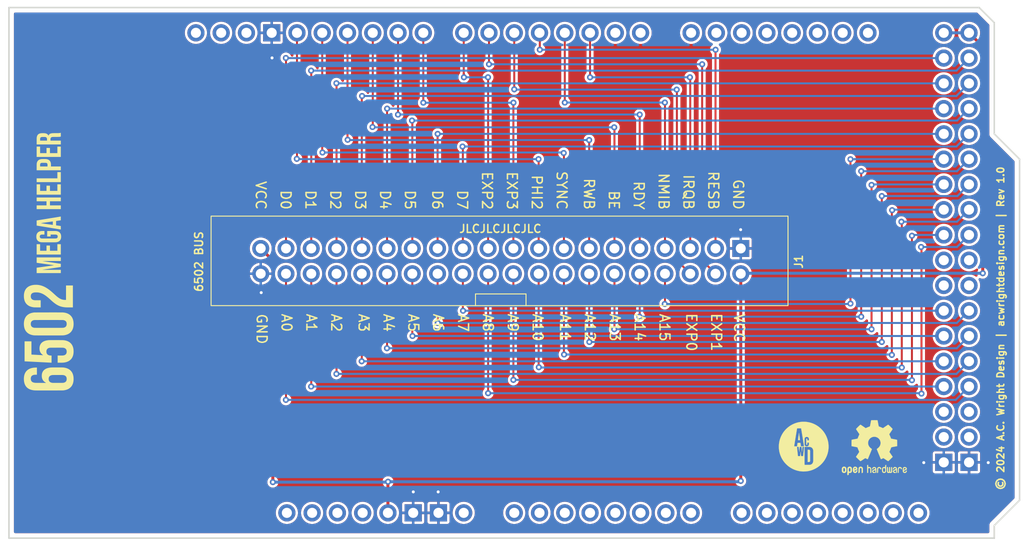
<source format=kicad_pcb>
(kicad_pcb (version 20241229) (generator "pcbnew") (generator_version "9.0")
  (title_block (title "6502 Mega Helper") (date "2026-01-10") (rev "1.0") (company "A.C. Wright Design"))
  (layers (0 "F.Cu" signal) (2 "B.Cu" signal) (13 "F.Paste" user) (15 "B.Paste" user) (5 "F.SilkS" user "F.Silkscreen") (7 "B.SilkS" user "B.Silkscreen") (1 "F.Mask" user) (3 "B.Mask" user) (25 "Edge.Cuts" user))
  (net 0 "")
  (net 5 "GND")
  (net 15 "5V")
  (net 38 "EXP0")
  (net 39 "SYNC")
  (net 40 "D4")
  (net 41 "IRQB")
  (net 42 "A12")
  (net 43 "NMIB")
  (net 44 "A2")
  (net 45 "BE")
  (net 46 "A1")
  (net 47 "D6")
  (net 48 "A6")
  (net 49 "RESB")
  (net 50 "A8")
  (net 51 "D7")
  (net 52 "RDY")
  (net 53 "A0")
  (net 54 "D5")
  (net 55 "RWB")
  (net 56 "A4")
  (net 57 "D0")
  (net 58 "A9")
  (net 59 "D1")
  (net 60 "EXP3")
  (net 61 "D2")
  (net 62 "A3")
  (net 63 "D3")
  (net 64 "PHI2")
  (net 65 "A15")
  (net 66 "A13")
  (net 67 "A14")
  (net 68 "A11")
  (net 69 "EXP1")
  (net 70 "EXP2")
  (net 71 "A10")
  (net 72 "A7")
  (net 73 "A5")
  (footprint "A.C. Wright Logo:A.C. Wright Logo 5mm" (layer "F.Cu") (at 168.9 105.8)
    (property "Reference" "G***" (hide yes))
    (property "Value" "LOGO" (hide yes))
  )
  (footprint "6502 Parts:6502 Bus Connector" (layer "F.Cu") (at 162.5725 85.8775 -90)
    (property "Reference" "J1" (at 1.3225 -5.8275 90) (layer "F.SilkS") (effects (font (size 0.8 0.8))))
    (property "Value" "6502 BUS" (at 1.3225 54.4725 90) (layer "F.SilkS") (effects (font (size 0.8 0.8))))
    (pad "1" thru_hole rect (at 0 0 270) (size 1.7 1.7) (drill 1) (layers "*.Cu" "*.Mask") (net 5 "GND"))
    (pad "2" thru_hole oval (at 2.54 0 270) (size 1.7 1.7) (drill 1) (layers "*.Cu" "*.Mask") (net 15 "5V"))
    (pad "3" thru_hole oval (at 0 2.54 270) (size 1.7 1.7) (drill 1) (layers "*.Cu" "*.Mask") (net 49 "RESB"))
    (pad "4" thru_hole oval (at 2.54 2.54 270) (size 1.7 1.7) (drill 1) (layers "*.Cu" "*.Mask") (net 69 "EXP1"))
    (pad "5" thru_hole oval (at 0 5.08 270) (size 1.7 1.7) (drill 1) (layers "*.Cu" "*.Mask") (net 41 "IRQB"))
    (pad "6" thru_hole oval (at 2.54 5.08 270) (size 1.7 1.7) (drill 1) (layers "*.Cu" "*.Mask") (net 38 "EXP0"))
    (pad "7" thru_hole oval (at 0 7.62 270) (size 1.7 1.7) (drill 1) (layers "*.Cu" "*.Mask") (net 43 "NMIB"))
    (pad "8" thru_hole oval (at 2.54 7.62 270) (size 1.7 1.7) (drill 1) (layers "*.Cu" "*.Mask") (net 65 "A15"))
    (pad "9" thru_hole oval (at 0 10.16 270) (size 1.7 1.7) (drill 1) (layers "*.Cu" "*.Mask") (net 52 "RDY"))
    (pad "10" thru_hole oval (at 2.54 10.16 270) (size 1.7 1.7) (drill 1) (layers "*.Cu" "*.Mask") (net 67 "A14"))
    (pad "11" thru_hole oval (at 0 12.7 270) (size 1.7 1.7) (drill 1) (layers "*.Cu" "*.Mask") (net 45 "BE"))
    (pad "12" thru_hole oval (at 2.54 12.7 270) (size 1.7 1.7) (drill 1) (layers "*.Cu" "*.Mask") (net 66 "A13"))
    (pad "13" thru_hole oval (at 0 15.24 270) (size 1.7 1.7) (drill 1) (layers "*.Cu" "*.Mask") (net 55 "RWB"))
    (pad "14" thru_hole oval (at 2.54 15.24 270) (size 1.7 1.7) (drill 1) (layers "*.Cu" "*.Mask") (net 42 "A12"))
    (pad "15" thru_hole oval (at 0 17.78 270) (size 1.7 1.7) (drill 1) (layers "*.Cu" "*.Mask") (net 39 "SYNC"))
    (pad "16" thru_hole oval (at 2.54 17.78 270) (size 1.7 1.7) (drill 1) (layers "*.Cu" "*.Mask") (net 68 "A11"))
    (pad "17" thru_hole oval (at 0 20.32 270) (size 1.7 1.7) (drill 1) (layers "*.Cu" "*.Mask") (net 64 "PHI2"))
    (pad "18" thru_hole oval (at 2.54 20.32 270) (size 1.7 1.7) (drill 1) (layers "*.Cu" "*.Mask") (net 71 "A10"))
    (pad "19" thru_hole oval (at 0 22.86 270) (size 1.7 1.7) (drill 1) (layers "*.Cu" "*.Mask") (net 60 "EXP3"))
    (pad "20" thru_hole oval (at 2.54 22.86 270) (size 1.7 1.7) (drill 1) (layers "*.Cu" "*.Mask") (net 58 "A9"))
    (pad "21" thru_hole oval (at 0 25.4 270) (size 1.7 1.7) (drill 1) (layers "*.Cu" "*.Mask") (net 70 "EXP2"))
    (pad "22" thru_hole oval (at 2.54 25.4 270) (size 1.7 1.7) (drill 1) (layers "*.Cu" "*.Mask") (net 50 "A8"))
    (pad "23" thru_hole oval (at 0 27.94 270) (size 1.7 1.7) (drill 1) (layers "*.Cu" "*.Mask") (net 51 "D7"))
    (pad "24" thru_hole oval (at 2.54 27.94 270) (size 1.7 1.7) (drill 1) (layers "*.Cu" "*.Mask") (net 72 "A7"))
    (pad "25" thru_hole oval (at 0 30.48 270) (size 1.7 1.7) (drill 1) (layers "*.Cu" "*.Mask") (net 47 "D6"))
    (pad "26" thru_hole oval (at 2.54 30.48 270) (size 1.7 1.7) (drill 1) (layers "*.Cu" "*.Mask") (net 48 "A6"))
    (pad "27" thru_hole oval (at 0 33.02 270) (size 1.7 1.7) (drill 1) (layers "*.Cu" "*.Mask") (net 54 "D5"))
    (pad "28" thru_hole oval (at 2.54 33.02 270) (size 1.7 1.7) (drill 1) (layers "*.Cu" "*.Mask") (net 73 "A5"))
    (pad "29" thru_hole oval (at 0 35.56 270) (size 1.7 1.7) (drill 1) (layers "*.Cu" "*.Mask") (net 40 "D4"))
    (pad "30" thru_hole oval (at 2.54 35.56 270) (size 1.7 1.7) (drill 1) (layers "*.Cu" "*.Mask") (net 56 "A4"))
    (pad "31" thru_hole oval (at 0 38.1 270) (size 1.7 1.7) (drill 1) (layers "*.Cu" "*.Mask") (net 63 "D3"))
    (pad "32" thru_hole oval (at 2.54 38.1 270) (size 1.7 1.7) (drill 1) (layers "*.Cu" "*.Mask") (net 62 "A3"))
    (pad "33" thru_hole oval (at 0 40.64 270) (size 1.7 1.7) (drill 1) (layers "*.Cu" "*.Mask") (net 61 "D2"))
    (pad "34" thru_hole oval (at 2.54 40.64 270) (size 1.7 1.7) (drill 1) (layers "*.Cu" "*.Mask") (net 44 "A2"))
    (pad "35" thru_hole oval (at 0 43.18 270) (size 1.7 1.7) (drill 1) (layers "*.Cu" "*.Mask") (net 59 "D1"))
    (pad "36" thru_hole oval (at 2.54 43.18 270) (size 1.7 1.7) (drill 1) (layers "*.Cu" "*.Mask") (net 46 "A1"))
    (pad "37" thru_hole oval (at 0 45.72 270) (size 1.7 1.7) (drill 1) (layers "*.Cu" "*.Mask") (net 57 "D0"))
    (pad "38" thru_hole oval (at 2.54 45.72 270) (size 1.7 1.7) (drill 1) (layers "*.Cu" "*.Mask") (net 53 "A0"))
    (pad "39" thru_hole oval (at 0 48.26 270) (size 1.7 1.7) (drill 1) (layers "*.Cu" "*.Mask") (net 15 "5V"))
    (pad "40" thru_hole oval (at 2.54 48.26 270) (size 1.7 1.7) (drill 1) (layers "*.Cu" "*.Mask") (net 5 "GND"))
  )
  (footprint "6502 Parts:Arduino Giga R1 WiFi Shield" (layer "F.Cu") (at 89 115)
    (property "Reference" "A1" (hide yes))
    (property "Value" "Arduino Mega2560 R3 Shield" (hide yes))
    (fp_line (start 0 -53.34) (end 0 0) (stroke (width 0.15)) (layer "Edge.Cuts"))
    (fp_line (start 0 -53.34) (end 97.536 -53.34) (stroke (width 0.15)) (layer "Edge.Cuts"))
    (fp_line (start 0 0) (end 99.06 0) (stroke (width 0.15)) (layer "Edge.Cuts"))
    (fp_line (start 97.536 -53.34) (end 99.06 -51.816) (stroke (width 0.15)) (layer "Edge.Cuts"))
    (fp_line (start 99.06 -40.64) (end 99.06 -51.816) (stroke (width 0.15)) (layer "Edge.Cuts"))
    (fp_line (start 99.06 -1.27) (end 101.6 -3.81) (stroke (width 0.15)) (layer "Edge.Cuts"))
    (fp_line (start 99.06 0) (end 99.06 -1.27) (stroke (width 0.15)) (layer "Edge.Cuts"))
    (fp_line (start 101.6 -38.1) (end 99.06 -40.64) (stroke (width 0.15)) (layer "Edge.Cuts"))
    (fp_line (start 101.6 -3.81) (end 101.6 -38.1) (stroke (width 0.15)) (layer "Edge.Cuts"))
    (pad "" thru_hole oval (at 27.94 -2.54) (size 1.7272 1.7272) (drill 1.016) (layers "*.Cu" "*.Mask"))
    (pad "3V3" thru_hole oval (at 35.56 -2.54) (size 1.7272 1.7272) (drill 1.016) (layers "*.Cu" "*.Mask"))
    (pad "5V1" thru_hole oval (at 38.1 -2.54) (size 1.7272 1.7272) (drill 1.016) (layers "*.Cu" "*.Mask") (net 15 "5V"))
    (pad "5V3" thru_hole oval (at 93.98 -50.8) (size 1.7272 1.7272) (drill 1.016) (layers "*.Cu" "*.Mask") (net 15 "5V"))
    (pad "5V4" thru_hole oval (at 96.52 -50.8) (size 1.7272 1.7272) (drill 1.016) (layers "*.Cu" "*.Mask") (net 15 "5V"))
    (pad "A0" thru_hole oval (at 50.8 -2.54) (size 1.7272 1.7272) (drill 1.016) (layers "*.Cu" "*.Mask"))
    (pad "A1" thru_hole oval (at 53.34 -2.54) (size 1.7272 1.7272) (drill 1.016) (layers "*.Cu" "*.Mask"))
    (pad "A2" thru_hole oval (at 55.88 -2.54) (size 1.7272 1.7272) (drill 1.016) (layers "*.Cu" "*.Mask"))
    (pad "A3" thru_hole oval (at 58.42 -2.54) (size 1.7272 1.7272) (drill 1.016) (layers "*.Cu" "*.Mask"))
    (pad "A4" thru_hole oval (at 60.96 -2.54) (size 1.7272 1.7272) (drill 1.016) (layers "*.Cu" "*.Mask"))
    (pad "A5" thru_hole oval (at 63.5 -2.54) (size 1.7272 1.7272) (drill 1.016) (layers "*.Cu" "*.Mask"))
    (pad "A6" thru_hole oval (at 66.04 -2.54) (size 1.7272 1.7272) (drill 1.016) (layers "*.Cu" "*.Mask"))
    (pad "A7" thru_hole oval (at 68.58 -2.54) (size 1.7272 1.7272) (drill 1.016) (layers "*.Cu" "*.Mask"))
    (pad "A8" thru_hole oval (at 73.66 -2.54) (size 1.7272 1.7272) (drill 1.016) (layers "*.Cu" "*.Mask"))
    (pad "A9" thru_hole oval (at 76.2 -2.54) (size 1.7272 1.7272) (drill 1.016) (layers "*.Cu" "*.Mask"))
    (pad "A10" thru_hole oval (at 78.74 -2.54) (size 1.7272 1.7272) (drill 1.016) (layers "*.Cu" "*.Mask"))
    (pad "A11" thru_hole oval (at 81.28 -2.54) (size 1.7272 1.7272) (drill 1.016) (layers "*.Cu" "*.Mask"))
    (pad "AREF" thru_hole oval (at 23.876 -50.8) (size 1.7272 1.7272) (drill 1.016) (layers "*.Cu" "*.Mask"))
    (pad "CANR" thru_hole oval (at 88.9 -2.54) (size 1.7272 1.7272) (drill 1.016) (layers "*.Cu" "*.Mask"))
    (pad "CANT" thru_hole oval (at 91.44 -2.54) (size 1.7272 1.7272) (drill 1.016) (layers "*.Cu" "*.Mask"))
    (pad "D0" thru_hole oval (at 63.5 -50.8) (size 1.7272 1.7272) (drill 1.016) (layers "*.Cu" "*.Mask"))
    (pad "D1" thru_hole oval (at 60.96 -50.8) (size 1.7272 1.7272) (drill 1.016) (layers "*.Cu" "*.Mask"))
    (pad "D2" thru_hole oval (at 58.42 -50.8) (size 1.7272 1.7272) (drill 1.016) (layers "*.Cu" "*.Mask") (net 41 "IRQB"))
    (pad "D3" thru_hole oval (at 55.88 -50.8) (size 1.7272 1.7272) (drill 1.016) (layers "*.Cu" "*.Mask") (net 43 "NMIB"))
    (pad "D4" thru_hole oval (at 53.34 -50.8) (size 1.7272 1.7272) (drill 1.016) (layers "*.Cu" "*.Mask") (net 49 "RESB"))
    (pad "D5" thru_hole oval (at 50.8 -50.8) (size 1.7272 1.7272) (drill 1.016) (layers "*.Cu" "*.Mask") (net 38 "EXP0"))
    (pad "D6" thru_hole oval (at 48.26 -50.8) (size 1.7272 1.7272) (drill 1.016) (layers "*.Cu" "*.Mask") (net 69 "EXP1"))
    (pad "D7" thru_hole oval (at 45.72 -50.8) (size 1.7272 1.7272) (drill 1.016) (layers "*.Cu" "*.Mask") (net 70 "EXP2"))
    (pad "D8" thru_hole oval (at 41.656 -50.8) (size 1.7272 1.7272) (drill 1.016) (layers "*.Cu" "*.Mask") (net 60 "EXP3"))
    (pad "D9" thru_hole oval (at 39.116 -50.8) (size 1.7272 1.7272) (drill 1.016) (layers "*.Cu" "*.Mask") (net 52 "RDY"))
    (pad "D10" thru_hole oval (at 36.576 -50.8) (size 1.7272 1.7272) (drill 1.016) (layers "*.Cu" "*.Mask") (net 45 "BE"))
    (pad "D11" thru_hole oval (at 34.036 -50.8) (size 1.7272 1.7272) (drill 1.016) (layers "*.Cu" "*.Mask") (net 55 "RWB"))
    (pad "D12" thru_hole oval (at 31.496 -50.8) (size 1.7272 1.7272) (drill 1.016) (layers "*.Cu" "*.Mask") (net 39 "SYNC"))
    (pad "D13" thru_hole oval (at 28.956 -50.8) (size 1.7272 1.7272) (drill 1.016) (layers "*.Cu" "*.Mask") (net 64 "PHI2"))
    (pad "D14" thru_hole oval (at 68.58 -50.8) (size 1.7272 1.7272) (drill 1.016) (layers "*.Cu" "*.Mask"))
    (pad "D15" thru_hole oval (at 71.12 -50.8) (size 1.7272 1.7272) (drill 1.016) (layers "*.Cu" "*.Mask"))
    (pad "D16" thru_hole oval (at 73.66 -50.8) (size 1.7272 1.7272) (drill 1.016) (layers "*.Cu" "*.Mask"))
    (pad "D17" thru_hole oval (at 76.2 -50.8) (size 1.7272 1.7272) (drill 1.016) (layers "*.Cu" "*.Mask"))
    (pad "D18" thru_hole oval (at 78.74 -50.8) (size 1.7272 1.7272) (drill 1.016) (layers "*.Cu" "*.Mask"))
    (pad "D19" thru_hole oval (at 81.28 -50.8) (size 1.7272 1.7272) (drill 1.016) (layers "*.Cu" "*.Mask"))
    (pad "D20" thru_hole oval (at 83.82 -50.8) (size 1.7272 1.7272) (drill 1.016) (layers "*.Cu" "*.Mask"))
    (pad "D21" thru_hole oval (at 86.36 -50.8) (size 1.7272 1.7272) (drill 1.016) (layers "*.Cu" "*.Mask"))
    (pad "D22" thru_hole oval (at 93.98 -48.26) (size 1.7272 1.7272) (drill 1.016) (layers "*.Cu" "*.Mask") (net 57 "D0"))
    (pad "D23" thru_hole oval (at 96.52 -48.26) (size 1.7272 1.7272) (drill 1.016) (layers "*.Cu" "*.Mask") (net 59 "D1"))
    (pad "D24" thru_hole oval (at 93.98 -45.72) (size 1.7272 1.7272) (drill 1.016) (layers "*.Cu" "*.Mask") (net 61 "D2"))
    (pad "D25" thru_hole oval (at 96.52 -45.72) (size 1.7272 1.7272) (drill 1.016) (layers "*.Cu" "*.Mask") (net 63 "D3"))
    (pad "D26" thru_hole oval (at 93.98 -43.18) (size 1.7272 1.7272) (drill 1.016) (layers "*.Cu" "*.Mask") (net 40 "D4"))
    (pad "D27" thru_hole oval (at 96.52 -43.18) (size 1.7272 1.7272) (drill 1.016) (layers "*.Cu" "*.Mask") (net 54 "D5"))
    (pad "D28" thru_hole oval (at 93.98 -40.64) (size 1.7272 1.7272) (drill 1.016) (layers "*.Cu" "*.Mask") (net 47 "D6"))
    (pad "D29" thru_hole oval (at 96.52 -40.64) (size 1.7272 1.7272) (drill 1.016) (layers "*.Cu" "*.Mask") (net 51 "D7"))
    (pad "D30" thru_hole oval (at 93.98 -38.1) (size 1.7272 1.7272) (drill 1.016) (layers "*.Cu" "*.Mask") (net 65 "A15"))
    (pad "D31" thru_hole oval (at 96.52 -38.1) (size 1.7272 1.7272) (drill 1.016) (layers "*.Cu" "*.Mask") (net 67 "A14"))
    (pad "D32" thru_hole oval (at 93.98 -35.56) (size 1.7272 1.7272) (drill 1.016) (layers "*.Cu" "*.Mask") (net 66 "A13"))
    (pad "D33" thru_hole oval (at 96.52 -35.56) (size 1.7272 1.7272) (drill 1.016) (layers "*.Cu" "*.Mask") (net 42 "A12"))
    (pad "D34" thru_hole oval (at 93.98 -33.02) (size 1.7272 1.7272) (drill 1.016) (layers "*.Cu" "*.Mask") (net 68 "A11"))
    (pad "D35" thru_hole oval (at 96.52 -33.02) (size 1.7272 1.7272) (drill 1.016) (layers "*.Cu" "*.Mask") (net 71 "A10"))
    (pad "D36" thru_hole oval (at 93.98 -30.48) (size 1.7272 1.7272) (drill 1.016) (layers "*.Cu" "*.Mask") (net 58 "A9"))
    (pad "D37" thru_hole oval (at 96.52 -30.48) (size 1.7272 1.7272) (drill 1.016) (layers "*.Cu" "*.Mask") (net 50 "A8"))
    (pad "D38" thru_hole oval (at 93.98 -27.94) (size 1.7272 1.7272) (drill 1.016) (layers "*.Cu" "*.Mask"))
    (pad "D39" thru_hole oval (at 96.52 -27.94) (size 1.7272 1.7272) (drill 1.016) (layers "*.Cu" "*.Mask"))
    (pad "D40" thru_hole oval (at 93.98 -25.4) (size 1.7272 1.7272) (drill 1.016) (layers "*.Cu" "*.Mask"))
    (pad "D41" thru_hole oval (at 96.52 -25.4) (size 1.7272 1.7272) (drill 1.016) (layers "*.Cu" "*.Mask"))
    (pad "D42" thru_hole oval (at 93.98 -22.86) (size 1.7272 1.7272) (drill 1.016) (layers "*.Cu" "*.Mask") (net 72 "A7"))
    (pad "D43" thru_hole oval (at 96.52 -22.86) (size 1.7272 1.7272) (drill 1.016) (layers "*.Cu" "*.Mask") (net 48 "A6"))
    (pad "D44" thru_hole oval (at 93.98 -20.32) (size 1.7272 1.7272) (drill 1.016) (layers "*.Cu" "*.Mask") (net 73 "A5"))
    (pad "D45" thru_hole oval (at 96.52 -20.32) (size 1.7272 1.7272) (drill 1.016) (layers "*.Cu" "*.Mask") (net 56 "A4"))
    (pad "D46" thru_hole oval (at 93.98 -17.78) (size 1.7272 1.7272) (drill 1.016) (layers "*.Cu" "*.Mask") (net 62 "A3"))
    (pad "D47" thru_hole oval (at 96.52 -17.78) (size 1.7272 1.7272) (drill 1.016) (layers "*.Cu" "*.Mask") (net 44 "A2"))
    (pad "D48" thru_hole oval (at 93.98 -15.24) (size 1.7272 1.7272) (drill 1.016) (layers "*.Cu" "*.Mask") (net 46 "A1"))
    (pad "D49" thru_hole oval (at 96.52 -15.24) (size 1.7272 1.7272) (drill 1.016) (layers "*.Cu" "*.Mask") (net 53 "A0"))
    (pad "D50" thru_hole oval (at 93.98 -12.7) (size 1.7272 1.7272) (drill 1.016) (layers "*.Cu" "*.Mask"))
    (pad "D51" thru_hole oval (at 96.52 -12.7) (size 1.7272 1.7272) (drill 1.016) (layers "*.Cu" "*.Mask"))
    (pad "D52" thru_hole oval (at 93.98 -10.16) (size 1.7272 1.7272) (drill 1.016) (layers "*.Cu" "*.Mask"))
    (pad "D53" thru_hole oval (at 96.52 -10.16) (size 1.7272 1.7272) (drill 1.016) (layers "*.Cu" "*.Mask"))
    (pad "DAC0" thru_hole oval (at 83.82 -2.54) (size 1.7272 1.7272) (drill 1.016) (layers "*.Cu" "*.Mask"))
    (pad "DAC1" thru_hole oval (at 86.36 -2.54) (size 1.7272 1.7272) (drill 1.016) (layers "*.Cu" "*.Mask"))
    (pad "GND1" thru_hole rect (at 26.416 -50.8) (size 1.7272 1.7272) (drill 1.016) (layers "*.Cu" "*.Mask") (net 5 "GND"))
    (pad "GND2" thru_hole rect (at 40.64 -2.54) (size 1.7272 1.7272) (drill 1.016) (layers "*.Cu" "*.Mask") (net 5 "GND"))
    (pad "GND3" thru_hole rect (at 43.18 -2.54) (size 1.7272 1.7272) (drill 1.016) (layers "*.Cu" "*.Mask") (net 5 "GND"))
    (pad "GND5" thru_hole rect (at 93.98 -7.62) (size 1.7272 1.7272) (drill 1.016) (layers "*.Cu" "*.Mask") (net 5 "GND"))
    (pad "GND6" thru_hole rect (at 96.52 -7.62) (size 1.7272 1.7272) (drill 1.016) (layers "*.Cu" "*.Mask") (net 5 "GND"))
    (pad "IORF" thru_hole oval (at 30.48 -2.54) (size 1.7272 1.7272) (drill 1.016) (layers "*.Cu" "*.Mask"))
    (pad "RST1" thru_hole oval (at 33.02 -2.54) (size 1.7272 1.7272) (drill 1.016) (layers "*.Cu" "*.Mask"))
    (pad "SCL1" thru_hole oval (at 18.796 -50.8) (size 1.7272 1.7272) (drill 1.016) (layers "*.Cu" "*.Mask"))
    (pad "SDA1" thru_hole oval (at 21.336 -50.8) (size 1.7272 1.7272) (drill 1.016) (layers "*.Cu" "*.Mask"))
    (pad "VIN" thru_hole oval (at 45.72 -2.54) (size 1.7272 1.7272) (drill 1.016) (layers "*.Cu" "*.Mask"))
  )
  (footprint "6502 Logos:6502 Mega Helper 5mm" (layer "F.Cu") (at 92.999707 78.918088 90)
    (property "Reference" "G***" (hide yes))
    (property "Value" "LOGO" (hide yes))
  )
  (footprint "Symbol:OSHW-Logo2_7.3x6mm_SilkScreen" (layer "F.Cu") (at 176 105.9)
    (property "Reference" "REF**" (hide yes))
    (property "Value" "OSHW-Logo2_7.3x6mm_SilkScreen" (hide yes))
  )
  (gr_text "RWB" (at 147.32 82.07 270) (layer "F.SilkS") (effects (font (size 1 1)) (justify right)))
  (gr_text "RESB" (at 159.82 82.07 270) (layer "F.SilkS") (effects (font (size 1 1)) (justify right)))
  (gr_text "JLCJLCJLCJLC" (at 138.4 83.9 0) (layer "F.SilkS") (effects (font (size 0.8 0.8))))
  (gr_text "A1" (at 119.41 92.35 270) (layer "F.SilkS") (effects (font (size 1 1)) (justify left)))
  (gr_text "SYNC" (at 144.57 82.07 270) (layer "F.SilkS") (effects (font (size 1 1)) (justify right)))
  (gr_text "GND\n" (at 114.41 92.35 270) (layer "F.SilkS") (effects (font (size 1 1)) (justify left)))
  (gr_text "A9" (at 139.66 92.35 270) (layer "F.SilkS") (effects (font (size 1 1)) (justify left)))
  (gr_text "BE" (at 149.82 82.07 270) (layer "F.SilkS") (effects (font (size 1 1)) (justify right)))
  (gr_text "© 2024 A.C. Wright Design | acwrightdesign.com | Rev 1.0" (at 188.7 93.9 90) (layer "F.SilkS") (effects (font (size 0.7 0.7))))
  (gr_text "A11" (at 144.91 92.35 270) (layer "F.SilkS") (effects (font (size 1 1)) (justify left)))
  (gr_text "A5" (at 129.66 92.35 270) (layer "F.SilkS") (effects (font (size 1 1)) (justify left)))
  (gr_text "A10" (at 142.16 92.35 270) (layer "F.SilkS") (effects (font (size 1 1)) (justify left)))
  (gr_text "D4" (at 126.82 82.07 270) (layer "F.SilkS") (effects (font (size 1 1)) (justify right)))
  (gr_text "EXP1" (at 160.11 92.3 270) (layer "F.SilkS") (effects (font (size 1 1)) (justify left)))
  (gr_text "A8" (at 137.16 92.35 270) (layer "F.SilkS") (effects (font (size 1 1)) (justify left)))
  (gr_text "RDY" (at 152.32 82.07 270) (layer "F.SilkS") (effects (font (size 1 1)) (justify right)))
  (gr_text "D3" (at 124.32 82.07 270) (layer "F.SilkS") (effects (font (size 1 1)) (justify right)))
  (gr_text "EXP0" (at 157.61 92.3 270) (layer "F.SilkS") (effects (font (size 1 1)) (justify left)))
  (gr_text "D5" (at 129.32 82.07 270) (layer "F.SilkS") (effects (font (size 1 1)) (justify right)))
  (gr_text "A12" (at 147.41 92.35 270) (layer "F.SilkS") (effects (font (size 1 1)) (justify left)))
  (gr_text "A14" (at 152.41 92.35 270) (layer "F.SilkS") (effects (font (size 1 1)) (justify left)))
  (gr_text "A0" (at 116.91 92.35 270) (layer "F.SilkS") (effects (font (size 1 1)) (justify left)))
  (gr_text "IRQB" (at 157.32 82.07 270) (layer "F.SilkS") (effects (font (size 1 1)) (justify right)))
  (gr_text "D7" (at 134.57 82.07 270) (layer "F.SilkS") (effects (font (size 1 1)) (justify right)))
  (gr_text "EXP2" (at 137.07 82.07 270) (layer "F.SilkS") (effects (font (size 1 1)) (justify right)))
  (gr_text "D6" (at 132.07 82.07 270) (layer "F.SilkS") (effects (font (size 1 1)) (justify right)))
  (gr_text "D1" (at 119.32 82.07 270) (layer "F.SilkS") (effects (font (size 1 1)) (justify right)))
  (gr_text "VCC" (at 162.41 92.35 270) (layer "F.SilkS") (effects (font (size 1 1)) (justify left)))
  (gr_text "A13" (at 149.91 92.35 270) (layer "F.SilkS") (effects (font (size 1 1)) (justify left)))
  (gr_text "D0" (at 116.82 82.07 270) (layer "F.SilkS") (effects (font (size 1 1)) (justify right)))
  (gr_text "A15" (at 154.91 92.35 270) (layer "F.SilkS") (effects (font (size 1 1)) (justify left)))
  (gr_text "D2" (at 121.82 82.07 270) (layer "F.SilkS") (effects (font (size 1 1)) (justify right)))
  (gr_text "A6" (at 132.16 92.35 270) (layer "F.SilkS") (effects (font (size 1 1)) (justify left)))
  (gr_text "A3" (at 124.66 92.35 270) (layer "F.SilkS") (effects (font (size 1 1)) (justify left)))
  (gr_text "NMIB" (at 154.82 82.07 270) (layer "F.SilkS") (effects (font (size 1 1)) (justify right)))
  (gr_text "VCC" (at 114.32 82.07 270) (layer "F.SilkS") (effects (font (size 1 1)) (justify right)))
  (gr_text "A2" (at 121.91 92.35 270) (layer "F.SilkS") (effects (font (size 1 1)) (justify left)))
  (gr_text "A7" (at 134.66 92.35 270) (layer "F.SilkS") (effects (font (size 1 1)) (justify left)))
  (gr_text "EXP3" (at 139.57 82.07 270) (layer "F.SilkS") (effects (font (size 1 1)) (justify right)))
  (gr_text "GND\n" (at 162.32 82.07 270) (layer "F.SilkS") (effects (font (size 1 1)) (justify right)))
  (gr_text "PHI2" (at 142.07 82.07 270) (layer "F.SilkS") (effects (font (size 1 1)) (justify right)))
  (gr_text "A4" (at 127.16 92.35 270) (layer "F.SilkS") (effects (font (size 1 1)) (justify left)))
  (via (at 114.36 90.32) (size 0.6) (drill 0.3) (layers "F.Cu" "B.Cu") (net 5))
  (via (at 162.56 83.99) (size 0.6) (drill 0.3) (layers "F.Cu" "B.Cu") (net 5))
  (via (at 180.97 107.41) (size 0.6) (drill 0.3) (layers "F.Cu" "B.Cu") (net 5))
  (via (at 115.45 66.72) (size 0.6) (drill 0.3) (layers "F.Cu" "B.Cu") (net 5))
  (via (at 129.65 110.35) (size 0.6) (drill 0.3) (layers "F.Cu" "B.Cu") (net 5))
  (via (at 132.15 110.35) (size 0.6) (drill 0.3) (layers "F.Cu" "B.Cu") (net 5))
  (via (at 187.45 107.41) (size 0.6) (drill 0.3) (layers "F.Cu" "B.Cu") (net 5))
  (segment (start 186.9 65.58) (end 185.52 64.2) (width 0.3) (layer "F.Cu") (net 15))
  (segment (start 115.53 87.97) (end 115.53 109.37) (width 0.3) (layer "F.Cu") (net 15))
  (segment (start 127.1 109.34) (end 127.1 112.46) (width 0.3) (layer "F.Cu") (net 15))
  (segment (start 127.11 109.33) (end 127.1 109.34) (width 0.3) (layer "F.Cu") (net 15))
  (segment (start 162.57 109.25) (end 162.5725 109.2475) (width 0.3) (layer "F.Cu") (net 15))
  (segment (start 186.9 88.37) (end 186.9 65.58) (width 0.3) (layer "F.Cu") (net 15))
  (segment (start 162.5725 109.2475) (end 162.5725 88.4175) (width 0.3) (layer "F.Cu") (net 15))
  (segment (start 114.3125 85.8775) (end 115.53 87.095) (width 0.3) (layer "F.Cu") (net 15))
  (segment (start 115.53 87.095) (end 115.53 87.97) (width 0.3) (layer "F.Cu") (net 15))
  (via (at 186.9 88.37) (size 0.6) (drill 0.3) (layers "F.Cu" "B.Cu") (net 15))
  (via (at 127.11 109.33) (size 0.6) (drill 0.3) (layers "F.Cu" "B.Cu") (net 15))
  (via (at 115.53 109.37) (size 0.6) (drill 0.3) (layers "F.Cu" "B.Cu") (net 15))
  (via (at 162.57 109.25) (size 0.6) (drill 0.3) (layers "F.Cu" "B.Cu") (net 15))
  (segment (start 127.07 109.37) (end 127.11 109.33) (width 0.3) (layer "B.Cu") (net 15))
  (segment (start 162.49 109.33) (end 162.57 109.25) (width 0.3) (layer "B.Cu") (net 15))
  (segment (start 115.53 109.37) (end 127.07 109.37) (width 0.3) (layer "B.Cu") (net 15))
  (segment (start 162.62 88.37) (end 186.9 88.37) (width 0.3) (layer "B.Cu") (net 15))
  (segment (start 127.11 109.33) (end 162.49 109.33) (width 0.3) (layer "B.Cu") (net 15))
  (segment (start 185.52 64.2) (end 182.98 64.2) (width 0.3) (layer "B.Cu") (net 15))
  (segment (start 162.5725 88.4175) (end 162.62 88.37) (width 0.3) (layer "B.Cu") (net 15))
  (segment (start 156.15 87.075) (end 156.15 85.91) (width 0.2) (layer "F.Cu") (net 38))
  (segment (start 139.8 69.88) (end 139.8 64.2) (width 0.2) (layer "F.Cu") (net 38))
  (segment (start 156.15 85.91) (end 156.15 69.93) (width 0.2) (layer "F.Cu") (net 38))
  (segment (start 156.15 69.93) (end 156.13 69.91) (width 0.2) (layer "F.Cu") (net 38))
  (segment (start 157.4925 88.4175) (end 156.15 87.075) (width 0.2) (layer "F.Cu") (net 38))
  (via (at 139.8 69.88) (size 0.6) (drill 0.3) (layers "F.Cu" "B.Cu") (net 38))
  (via (at 156.13 69.91) (size 0.6) (drill 0.3) (layers "F.Cu" "B.Cu") (net 38))
  (segment (start 156.13 69.91) (end 139.83 69.91) (width 0.2) (layer "B.Cu") (net 38))
  (segment (start 139.83 69.91) (end 139.8 69.88) (width 0.2) (layer "B.Cu") (net 38))
  (segment (start 120.52 76.23) (end 120.496 76.206) (width 0.2) (layer "F.Cu") (net 39))
  (segment (start 120.496 76.206) (end 120.496 64.2) (width 0.2) (layer "F.Cu") (net 39))
  (segment (start 144.7925 76.3025) (end 144.77 76.28) (width 0.2) (layer "F.Cu") (net 39))
  (segment (start 144.7925 85.8775) (end 144.7925 76.3025) (width 0.2) (layer "F.Cu") (net 39))
  (via (at 144.77 76.28) (size 0.6) (drill 0.3) (layers "F.Cu" "B.Cu") (net 39))
  (via (at 120.52 76.23) (size 0.6) (drill 0.3) (layers "F.Cu" "B.Cu") (net 39))
  (segment (start 144.72 76.23) (end 120.52 76.23) (width 0.2) (layer "B.Cu") (net 39))
  (segment (start 144.77 76.28) (end 144.72 76.23) (width 0.2) (layer "B.Cu") (net 39))
  (segment (start 127.0125 85.8775) (end 127.0125 71.8275) (width 0.2) (layer "F.Cu") (net 40))
  (segment (start 127.0125 71.8275) (end 127.02 71.82) (width 0.2) (layer "F.Cu") (net 40))
  (via (at 127.02 71.82) (size 0.6) (drill 0.3) (layers "F.Cu" "B.Cu") (net 40))
  (segment (start 127.02 71.82) (end 182.98 71.82) (width 0.2) (layer "B.Cu") (net 40))
  (segment (start 147.42 68.67) (end 147.42 64.2) (width 0.2) (layer "F.Cu") (net 41))
  (segment (start 157.4925 85.8775) (end 157.4925 68.7025) (width 0.2) (layer "F.Cu") (net 41))
  (segment (start 157.4925 68.7025) (end 157.46 68.67) (width 0.2) (layer "F.Cu") (net 41))
  (via (at 157.46 68.67) (size 0.6) (drill 0.3) (layers "F.Cu" "B.Cu") (net 41))
  (via (at 147.42 68.67) (size 0.6) (drill 0.3) (layers "F.Cu" "B.Cu") (net 41))
  (segment (start 157.46 68.67) (end 147.42 68.67) (width 0.2) (layer "B.Cu") (net 41))
  (segment (start 176.75 95.28) (end 176.75 80.61) (width 0.2) (layer "F.Cu") (net 42))
  (segment (start 147.3325 95.2625) (end 147.35 95.28) (width 0.2) (layer "F.Cu") (net 42))
  (segment (start 147.3325 88.4175) (end 147.3325 95.2625) (width 0.2) (layer "F.Cu") (net 42))
  (via (at 176.75 95.28) (size 0.6) (drill 0.3) (layers "F.Cu" "B.Cu") (net 42))
  (via (at 176.75 80.61) (size 0.6) (drill 0.3) (layers "F.Cu" "B.Cu") (net 42))
  (via (at 147.35 95.28) (size 0.6) (drill 0.3) (layers "F.Cu" "B.Cu") (net 42))
  (segment (start 176.75 80.61) (end 184.35 80.61) (width 0.2) (layer "B.Cu") (net 42))
  (segment (start 184.35 80.61) (end 185.52 79.44) (width 0.2) (layer "B.Cu") (net 42))
  (segment (start 147.35 95.28) (end 176.75 95.28) (width 0.2) (layer "B.Cu") (net 42))
  (segment (start 144.88 71.21) (end 144.88 64.2) (width 0.2) (layer "F.Cu") (net 43))
  (segment (start 154.9525 85.8775) (end 154.9525 71.2225) (width 0.2) (layer "F.Cu") (net 43))
  (segment (start 154.9525 71.2225) (end 154.94 71.21) (width 0.2) (layer "F.Cu") (net 43))
  (via (at 154.94 71.21) (size 0.6) (drill 0.3) (layers "F.Cu" "B.Cu") (net 43))
  (via (at 144.88 71.21) (size 0.6) (drill 0.3) (layers "F.Cu" "B.Cu") (net 43))
  (segment (start 154.94 71.21) (end 144.88 71.21) (width 0.2) (layer "B.Cu") (net 43))
  (segment (start 121.9325 98.4775) (end 121.92 98.49) (width 0.2) (layer "F.Cu") (net 44))
  (segment (start 121.9325 88.4175) (end 121.9325 98.4775) (width 0.2) (layer "F.Cu") (net 44))
  (via (at 121.92 98.49) (size 0.6) (drill 0.3) (layers "F.Cu" "B.Cu") (net 44))
  (segment (start 184.25 98.49) (end 185.52 97.22) (width 0.2) (layer "B.Cu") (net 44))
  (segment (start 121.92 98.49) (end 184.25 98.49) (width 0.2) (layer "B.Cu") (net 44))
  (segment (start 149.8725 73.7225) (end 149.85 73.7) (width 0.2) (layer "F.Cu") (net 45))
  (segment (start 125.576 73.644) (end 125.576 64.2) (width 0.2) (layer "F.Cu") (net 45))
  (segment (start 125.55 73.67) (end 125.576 73.644) (width 0.2) (layer "F.Cu") (net 45))
  (segment (start 149.8725 85.8775) (end 149.8725 73.7225) (width 0.2) (layer "F.Cu") (net 45))
  (via (at 125.55 73.67) (size 0.6) (drill 0.3) (layers "F.Cu" "B.Cu") (net 45))
  (via (at 149.85 73.7) (size 0.6) (drill 0.3) (layers "F.Cu" "B.Cu") (net 45))
  (segment (start 125.58 73.7) (end 125.55 73.67) (width 0.2) (layer "B.Cu") (net 45))
  (segment (start 149.85 73.7) (end 125.58 73.7) (width 0.2) (layer "B.Cu") (net 45))
  (segment (start 119.3925 99.7475) (end 119.38 99.76) (width 0.2) (layer "F.Cu") (net 46))
  (segment (start 119.3925 88.4175) (end 119.3925 99.7475) (width 0.2) (layer "F.Cu") (net 46))
  (via (at 119.38 99.76) (size 0.6) (drill 0.3) (layers "F.Cu" "B.Cu") (net 46))
  (segment (start 119.38 99.76) (end 182.98 99.76) (width 0.2) (layer "B.Cu") (net 46))
  (segment (start 132.0925 74.3675) (end 132.1 74.36) (width 0.2) (layer "F.Cu") (net 47))
  (segment (start 132.0925 85.8775) (end 132.0925 74.3675) (width 0.2) (layer "F.Cu") (net 47))
  (via (at 132.1 74.36) (size 0.6) (drill 0.3) (layers "F.Cu" "B.Cu") (net 47))
  (segment (start 132.1 74.36) (end 182.98 74.36) (width 0.2) (layer "B.Cu") (net 47))
  (segment (start 132.0925 93.3525) (end 132.11 93.37) (width 0.2) (layer "F.Cu") (net 48))
  (segment (start 132.0925 88.4175) (end 132.0925 93.3525) (width 0.2) (layer "F.Cu") (net 48))
  (via (at 132.11 93.37) (size 0.6) (drill 0.3) (layers "F.Cu" "B.Cu") (net 48))
  (segment (start 184.29 93.37) (end 185.52 92.14) (width 0.2) (layer "B.Cu") (net 48))
  (segment (start 132.11 93.37) (end 184.29 93.37) (width 0.2) (layer "B.Cu") (net 48))
  (segment (start 142.37 64.23) (end 142.34 64.2) (width 0.2) (layer "F.Cu") (net 49))
  (segment (start 160.0325 85.8775) (end 160.0325 65.9075) (width 0.2) (layer "F.Cu") (net 49))
  (segment (start 142.37 65.9) (end 142.37 64.23) (width 0.2) (layer "F.Cu") (net 49))
  (segment (start 160.0325 65.9075) (end 160.04 65.9) (width 0.2) (layer "F.Cu") (net 49))
  (via (at 160.04 65.9) (size 0.6) (drill 0.3) (layers "F.Cu" "B.Cu") (net 49))
  (via (at 142.37 65.9) (size 0.6) (drill 0.3) (layers "F.Cu" "B.Cu") (net 49))
  (segment (start 160.04 65.9) (end 142.37 65.9) (width 0.2) (layer "B.Cu") (net 49))
  (segment (start 137.1725 100.4275) (end 137.17 100.43) (width 0.2) (layer "F.Cu") (net 50))
  (segment (start 180.74 85.77) (end 180.7 85.73) (width 0.2) (layer "F.Cu") (net 50))
  (segment (start 137.1725 88.4175) (end 137.1725 100.4275) (width 0.2) (layer "F.Cu") (net 50))
  (segment (start 180.74 100.47) (end 180.74 85.77) (width 0.2) (layer "F.Cu") (net 50))
  (via (at 180.74 100.47) (size 0.6) (drill 0.3) (layers "F.Cu" "B.Cu") (net 50))
  (via (at 180.7 85.73) (size 0.6) (drill 0.3) (layers "F.Cu" "B.Cu") (net 50))
  (via (at 137.17 100.43) (size 0.6) (drill 0.3) (layers "F.Cu" "B.Cu") (net 50))
  (segment (start 180.7 85.73) (end 184.31 85.73) (width 0.2) (layer "B.Cu") (net 50))
  (segment (start 184.31 85.73) (end 185.52 84.52) (width 0.2) (layer "B.Cu") (net 50))
  (segment (start 180.7 100.43) (end 180.74 100.47) (width 0.2) (layer "B.Cu") (net 50))
  (segment (start 137.17 100.43) (end 180.7 100.43) (width 0.2) (layer "B.Cu") (net 50))
  (segment (start 134.6325 85.8775) (end 134.6325 75.6625) (width 0.2) (layer "F.Cu") (net 51))
  (segment (start 134.6325 75.6625) (end 134.6 75.63) (width 0.2) (layer "F.Cu") (net 51))
  (via (at 134.6 75.63) (size 0.6) (drill 0.3) (layers "F.Cu" "B.Cu") (net 51))
  (segment (start 134.6 75.63) (end 184.25 75.63) (width 0.2) (layer "B.Cu") (net 51))
  (segment (start 184.25 75.63) (end 185.52 74.36) (width 0.2) (layer "B.Cu") (net 51))
  (segment (start 152.4125 85.8775) (end 152.4125 72.4225) (width 0.2) (layer "F.Cu") (net 52))
  (segment (start 128.11 72.42) (end 128.116 72.414) (width 0.2) (layer "F.Cu") (net 52))
  (segment (start 152.4125 72.4225) (end 152.41 72.42) (width 0.2) (layer "F.Cu") (net 52))
  (segment (start 128.116 72.414) (end 128.116 64.2) (width 0.2) (layer "F.Cu") (net 52))
  (via (at 128.11 72.42) (size 0.6) (drill 0.3) (layers "F.Cu" "B.Cu") (net 52))
  (via (at 152.41 72.42) (size 0.6) (drill 0.3) (layers "F.Cu" "B.Cu") (net 52))
  (segment (start 152.4 72.41) (end 128.12 72.41) (width 0.2) (layer "B.Cu") (net 52))
  (segment (start 128.12 72.41) (end 128.11 72.42) (width 0.2) (layer "B.Cu") (net 52))
  (segment (start 152.41 72.42) (end 152.4 72.41) (width 0.2) (layer "B.Cu") (net 52))
  (segment (start 116.8525 101.0875) (end 116.84 101.1) (width 0.2) (layer "F.Cu") (net 53))
  (segment (start 116.8525 88.4175) (end 116.8525 101.0875) (width 0.2) (layer "F.Cu") (net 53))
  (via (at 116.84 101.1) (size 0.6) (drill 0.3) (layers "F.Cu" "B.Cu") (net 53))
  (segment (start 116.84 101.1) (end 184.18 101.1) (width 0.2) (layer "B.Cu") (net 53))
  (segment (start 184.18 101.1) (end 185.52 99.76) (width 0.2) (layer "B.Cu") (net 53))
  (segment (start 129.5525 73.0525) (end 129.52 73.02) (width 0.2) (layer "F.Cu") (net 54))
  (segment (start 129.5525 85.8775) (end 129.5525 73.0525) (width 0.2) (layer "F.Cu") (net 54))
  (via (at 129.52 73.02) (size 0.6) (drill 0.3) (layers "F.Cu" "B.Cu") (net 54))
  (segment (start 129.52 73.02) (end 184.32 73.02) (width 0.2) (layer "B.Cu") (net 54))
  (segment (start 184.32 73.02) (end 185.52 71.82) (width 0.2) (layer "B.Cu") (net 54))
  (segment (start 147.3325 74.9825) (end 147.33 74.98) (width 0.2) (layer "F.Cu") (net 55))
  (segment (start 123.05 74.95) (end 123.036 74.936) (width 0.2) (layer "F.Cu") (net 55))
  (segment (start 147.3325 85.8775) (end 147.3325 74.9825) (width 0.2) (layer "F.Cu") (net 55))
  (segment (start 123.036 74.936) (end 123.036 64.2) (width 0.2) (layer "F.Cu") (net 55))
  (via (at 147.33 74.98) (size 0.6) (drill 0.3) (layers "F.Cu" "B.Cu") (net 55))
  (via (at 123.05 74.95) (size 0.6) (drill 0.3) (layers "F.Cu" "B.Cu") (net 55))
  (segment (start 147.33 74.98) (end 123.08 74.98) (width 0.2) (layer "B.Cu") (net 55))
  (segment (start 123.08 74.98) (end 123.05 74.95) (width 0.2) (layer "B.Cu") (net 55))
  (segment (start 127.0125 95.8975) (end 127 95.91) (width 0.2) (layer "F.Cu") (net 56))
  (segment (start 127.0125 88.4175) (end 127.0125 95.8975) (width 0.2) (layer "F.Cu") (net 56))
  (via (at 127 95.91) (size 0.6) (drill 0.3) (layers "F.Cu" "B.Cu") (net 56))
  (segment (start 127 95.91) (end 184.29 95.91) (width 0.2) (layer "B.Cu") (net 56))
  (segment (start 184.29 95.91) (end 185.52 94.68) (width 0.2) (layer "B.Cu") (net 56))
  (segment (start 116.84 66.73) (end 116.8525 66.7425) (width 0.2) (layer "F.Cu") (net 57))
  (segment (start 116.8525 66.7425) (end 116.8525 85.8775) (width 0.2) (layer "F.Cu") (net 57))
  (via (at 116.84 66.73) (size 0.6) (drill 0.3) (layers "F.Cu" "B.Cu") (net 57))
  (segment (start 116.85 66.74) (end 116.84 66.73) (width 0.2) (layer "B.Cu") (net 57))
  (segment (start 182.98 66.74) (end 116.85 66.74) (width 0.2) (layer "B.Cu") (net 57))
  (segment (start 139.7125 88.4175) (end 139.7125 99.0875) (width 0.2) (layer "F.Cu") (net 58))
  (segment (start 179.78 99.12) (end 179.78 84.6) (width 0.2) (layer "F.Cu") (net 58))
  (segment (start 139.7125 99.0875) (end 139.71 99.09) (width 0.2) (layer "F.Cu") (net 58))
  (via (at 179.78 99.12) (size 0.6) (drill 0.3) (layers "F.Cu" "B.Cu") (net 58))
  (via (at 179.78 84.6) (size 0.6) (drill 0.3) (layers "F.Cu" "B.Cu") (net 58))
  (via (at 139.71 99.09) (size 0.6) (drill 0.3) (layers "F.Cu" "B.Cu") (net 58))
  (segment (start 179.75 99.09) (end 179.78 99.12) (width 0.2) (layer "B.Cu") (net 58))
  (segment (start 179.86 84.52) (end 182.98 84.52) (width 0.2) (layer "B.Cu") (net 58))
  (segment (start 139.71 99.09) (end 179.75 99.09) (width 0.2) (layer "B.Cu") (net 58))
  (segment (start 179.78 84.6) (end 179.86 84.52) (width 0.2) (layer "B.Cu") (net 58))
  (segment (start 119.3925 85.8775) (end 119.3925 68.0125) (width 0.2) (layer "F.Cu") (net 59))
  (segment (start 119.3925 68.0125) (end 119.38 68) (width 0.2) (layer "F.Cu") (net 59))
  (via (at 119.38 68) (size 0.6) (drill 0.3) (layers "F.Cu" "B.Cu") (net 59))
  (segment (start 119.38 68) (end 184.26 68) (width 0.2) (layer "B.Cu") (net 59))
  (segment (start 184.26 68) (end 185.52 66.74) (width 0.2) (layer "B.Cu") (net 59))
  (segment (start 130.656 71.216) (end 130.656 64.2) (width 0.2) (layer "F.Cu") (net 60))
  (segment (start 139.7125 71.2275) (end 139.72 71.22) (width 0.2) (layer "F.Cu") (net 60))
  (segment (start 139.7125 85.8775) (end 139.7125 71.2275) (width 0.2) (layer "F.Cu") (net 60))
  (segment (start 130.66 71.22) (end 130.656 71.216) (width 0.2) (layer "F.Cu") (net 60))
  (via (at 130.66 71.22) (size 0.6) (drill 0.3) (layers "F.Cu" "B.Cu") (net 60))
  (via (at 139.72 71.22) (size 0.6) (drill 0.3) (layers "F.Cu" "B.Cu") (net 60))
  (segment (start 139.72 71.22) (end 139.71 71.23) (width 0.2) (layer "B.Cu") (net 60))
  (segment (start 139.71 71.23) (end 130.67 71.23) (width 0.2) (layer "B.Cu") (net 60))
  (segment (start 130.67 71.23) (end 130.66 71.22) (width 0.2) (layer "B.Cu") (net 60))
  (segment (start 121.9325 69.2825) (end 121.92 69.27) (width 0.2) (layer "F.Cu") (net 61))
  (segment (start 121.9325 85.8775) (end 121.9325 69.2825) (width 0.2) (layer "F.Cu") (net 61))
  (via (at 121.92 69.27) (size 0.6) (drill 0.3) (layers "F.Cu" "B.Cu") (net 61))
  (segment (start 121.92 69.27) (end 121.93 69.28) (width 0.2) (layer "B.Cu") (net 61))
  (segment (start 121.93 69.28) (end 182.98 69.28) (width 0.2) (layer "B.Cu") (net 61))
  (segment (start 124.4725 88.4175) (end 124.4725 97.2075) (width 0.2) (layer "F.Cu") (net 62))
  (segment (start 124.4725 97.2075) (end 124.46 97.22) (width 0.2) (layer "F.Cu") (net 62))
  (via (at 124.46 97.22) (size 0.6) (drill 0.3) (layers "F.Cu" "B.Cu") (net 62))
  (segment (start 124.46 97.22) (end 182.98 97.22) (width 0.2) (layer "B.Cu") (net 62))
  (segment (start 124.5 70.55) (end 124.4725 70.5775) (width 0.2) (layer "F.Cu") (net 63))
  (segment (start 124.4725 70.5775) (end 124.4725 85.8775) (width 0.2) (layer "F.Cu") (net 63))
  (via (at 124.5 70.55) (size 0.6) (drill 0.3) (layers "F.Cu" "B.Cu") (net 63))
  (segment (start 184.25 70.55) (end 185.52 69.28) (width 0.2) (layer "B.Cu") (net 63))
  (segment (start 124.5 70.55) (end 184.25 70.55) (width 0.2) (layer "B.Cu") (net 63))
  (segment (start 142.2525 85.8775) (end 142.2525 76.9125) (width 0.2) (layer "F.Cu") (net 64))
  (segment (start 142.2525 76.9125) (end 142.24 76.9) (width 0.2) (layer "F.Cu") (net 64))
  (segment (start 117.94 76.87) (end 117.956 76.854) (width 0.2) (layer "F.Cu") (net 64))
  (segment (start 117.956 76.854) (end 117.956 64.2) (width 0.2) (layer "F.Cu") (net 64))
  (via (at 142.24 76.9) (size 0.6) (drill 0.3) (layers "F.Cu" "B.Cu") (net 64))
  (via (at 117.94 76.87) (size 0.6) (drill 0.3) (layers "F.Cu" "B.Cu") (net 64))
  (segment (start 142.24 76.9) (end 117.97 76.9) (width 0.2) (layer "B.Cu") (net 64))
  (segment (start 117.97 76.9) (end 117.94 76.87) (width 0.2) (layer "B.Cu") (net 64))
  (segment (start 154.9525 88.4175) (end 154.9525 91.4375) (width 0.2) (layer "F.Cu") (net 65))
  (segment (start 154.9525 91.4375) (end 154.93 91.46) (width 0.2) (layer "F.Cu") (net 65))
  (segment (start 173.6 91.42) (end 173.6 76.91) (width 0.2) (layer "F.Cu") (net 65))
  (via (at 173.6 91.42) (size 0.6) (drill 0.3) (layers "F.Cu" "B.Cu") (net 65))
  (via (at 173.6 76.91) (size 0.6) (drill 0.3) (layers "F.Cu" "B.Cu") (net 65))
  (via (at 154.93 91.46) (size 0.6) (drill 0.3) (layers "F.Cu" "B.Cu") (net 65))
  (segment (start 154.93 91.46) (end 173.56 91.46) (width 0.2) (layer "B.Cu") (net 65))
  (segment (start 173.6 76.91) (end 174.02 76.91) (width 0.2) (layer "B.Cu") (net 65))
  (segment (start 174.02 76.91) (end 174.03 76.9) (width 0.2) (layer "B.Cu") (net 65))
  (segment (start 173.56 91.46) (end 173.6 91.42) (width 0.2) (layer "B.Cu") (net 65))
  (segment (start 174.03 76.9) (end 182.98 76.9) (width 0.2) (layer "B.Cu") (net 65))
  (segment (start 149.8725 93.9775) (end 149.85 94) (width 0.2) (layer "F.Cu") (net 66))
  (segment (start 149.8725 88.4175) (end 149.8725 93.9775) (width 0.2) (layer "F.Cu") (net 66))
  (segment (start 175.72 94) (end 175.72 79.49) (width 0.2) (layer "F.Cu") (net 66))
  (via (at 175.72 94) (size 0.6) (drill 0.3) (layers "F.Cu" "B.Cu") (net 66))
  (via (at 175.72 79.49) (size 0.6) (drill 0.3) (layers "F.Cu" "B.Cu") (net 66))
  (via (at 149.85 94) (size 0.6) (drill 0.3) (layers "F.Cu" "B.Cu") (net 66))
  (segment (start 175.77 79.44) (end 182.98 79.44) (width 0.2) (layer "B.Cu") (net 66))
  (segment (start 175.72 79.49) (end 175.77 79.44) (width 0.2) (layer "B.Cu") (net 66))
  (segment (start 149.85 94) (end 175.72 94) (width 0.2) (layer "B.Cu") (net 66))
  (segment (start 152.4125 92.7175) (end 152.39 92.74) (width 0.2) (layer "F.Cu") (net 67))
  (segment (start 174.68 92.74) (end 174.68 78.11) (width 0.2) (layer "F.Cu") (net 67))
  (segment (start 152.4125 88.4175) (end 152.4125 92.7175) (width 0.2) (layer "F.Cu") (net 67))
  (via (at 174.68 78.11) (size 0.6) (drill 0.3) (layers "F.Cu" "B.Cu") (net 67))
  (via (at 152.39 92.74) (size 0.6) (drill 0.3) (layers "F.Cu" "B.Cu") (net 67))
  (via (at 174.68 92.74) (size 0.6) (drill 0.3) (layers "F.Cu" "B.Cu") (net 67))
  (segment (start 152.39 92.74) (end 174.68 92.74) (width 0.2) (layer "B.Cu") (net 67))
  (segment (start 184.31 78.11) (end 185.52 76.9) (width 0.2) (layer "B.Cu") (net 67))
  (segment (start 174.68 78.11) (end 184.31 78.11) (width 0.2) (layer "B.Cu") (net 67))
  (segment (start 177.76 82.06) (end 177.79 82.03) (width 0.2) (layer "F.Cu") (net 68))
  (segment (start 144.7925 88.4175) (end 144.7925 96.5225) (width 0.2) (layer "F.Cu") (net 68))
  (segment (start 177.76 96.58) (end 177.76 82.06) (width 0.2) (layer "F.Cu") (net 68))
  (segment (start 144.7925 96.5225) (end 144.81 96.54) (width 0.2) (layer "F.Cu") (net 68))
  (via (at 177.79 82.03) (size 0.6) (drill 0.3) (layers "F.Cu" "B.Cu") (net 68))
  (via (at 177.76 96.58) (size 0.6) (drill 0.3) (layers "F.Cu" "B.Cu") (net 68))
  (via (at 144.81 96.54) (size 0.6) (drill 0.3) (layers "F.Cu" "B.Cu") (net 68))
  (segment (start 177.79 82.03) (end 177.84 81.98) (width 0.2) (layer "B.Cu") (net 68))
  (segment (start 177.72 96.54) (end 177.76 96.58) (width 0.2) (layer "B.Cu") (net 68))
  (segment (start 144.81 96.54) (end 177.72 96.54) (width 0.2) (layer "B.Cu") (net 68))
  (segment (start 177.84 81.98) (end 182.98 81.98) (width 0.2) (layer "B.Cu") (net 68))
  (segment (start 137.26 67.36) (end 137.26 64.2) (width 0.2) (layer "F.Cu") (net 69))
  (segment (start 160.0325 88.4175) (end 158.69 87.075) (width 0.2) (layer "F.Cu") (net 69))
  (segment (start 158.69 87.075) (end 158.69 86.06) (width 0.2) (layer "F.Cu") (net 69))
  (segment (start 158.69 86.06) (end 158.69 67.36) (width 0.2) (layer "F.Cu") (net 69))
  (via (at 158.69 67.36) (size 0.6) (drill 0.3) (layers "F.Cu" "B.Cu") (net 69))
  (via (at 137.26 67.36) (size 0.6) (drill 0.3) (layers "F.Cu" "B.Cu") (net 69))
  (segment (start 158.69 67.36) (end 137.26 67.36) (width 0.2) (layer "B.Cu") (net 69))
  (segment (start 137.1725 68.6825) (end 137.16 68.67) (width 0.2) (layer "F.Cu") (net 70))
  (segment (start 134.74 68.67) (end 134.74 68.34) (width 0.2) (layer "F.Cu") (net 70))
  (segment (start 137.1725 85.8775) (end 137.1725 68.6825) (width 0.2) (layer "F.Cu") (net 70))
  (segment (start 134.72 68.32) (end 134.72 64.2) (width 0.2) (layer "F.Cu") (net 70))
  (segment (start 134.74 68.34) (end 134.72 68.32) (width 0.2) (layer "F.Cu") (net 70))
  (via (at 134.74 68.67) (size 0.6) (drill 0.3) (layers "F.Cu" "B.Cu") (net 70))
  (via (at 137.16 68.67) (size 0.6) (drill 0.3) (layers "F.Cu" "B.Cu") (net 70))
  (segment (start 137.16 68.67) (end 134.74 68.67) (width 0.2) (layer "B.Cu") (net 70))
  (segment (start 178.76 97.85) (end 178.76 83.23) (width 0.2) (layer "F.Cu") (net 71))
  (segment (start 142.2525 97.8025) (end 142.27 97.82) (width 0.2) (layer "F.Cu") (net 71))
  (segment (start 178.76 83.23) (end 178.72 83.19) (width 0.2) (layer "F.Cu") (net 71))
  (segment (start 142.2525 88.4175) (end 142.2525 97.8025) (width 0.2) (layer "F.Cu") (net 71))
  (via (at 178.76 97.85) (size 0.6) (drill 0.3) (layers "F.Cu" "B.Cu") (net 71))
  (via (at 178.72 83.19) (size 0.6) (drill 0.3) (layers "F.Cu" "B.Cu") (net 71))
  (via (at 142.27 97.82) (size 0.6) (drill 0.3) (layers "F.Cu" "B.Cu") (net 71))
  (segment (start 142.27 97.82) (end 142.3 97.85) (width 0.2) (layer "B.Cu") (net 71))
  (segment (start 142.3 97.85) (end 178.76 97.85) (width 0.2) (layer "B.Cu") (net 71))
  (segment (start 178.72 83.19) (end 184.31 83.19) (width 0.2) (layer "B.Cu") (net 71))
  (segment (start 184.31 83.19) (end 185.52 81.98) (width 0.2) (layer "B.Cu") (net 71))
  (segment (start 134.6325 88.4175) (end 134.6325 92.1225) (width 0.2) (layer "F.Cu") (net 72))
  (segment (start 134.6325 92.1225) (end 134.65 92.14) (width 0.2) (layer "F.Cu") (net 72))
  (via (at 134.65 92.14) (size 0.6) (drill 0.3) (layers "F.Cu" "B.Cu") (net 72))
  (segment (start 134.65 92.14) (end 182.98 92.14) (width 0.2) (layer "B.Cu") (net 72))
  (segment (start 129.5525 94.6625) (end 129.57 94.68) (width 0.2) (layer "F.Cu") (net 73))
  (segment (start 129.5525 88.4175) (end 129.5525 94.6625) (width 0.2) (layer "F.Cu") (net 73))
  (via (at 129.57 94.68) (size 0.6) (drill 0.3) (layers "F.Cu" "B.Cu") (net 73))
  (segment (start 129.57 94.68) (end 182.98 94.68) (width 0.2) (layer "B.Cu") (net 73))
  (zone (net 5) (net_name "GND") (layer "F.Cu") (connect_pads (clearance 0.254)) (min_thickness 0.254) (fill yes (thermal_gap 0.254) (thermal_bridge_width 0.254))
    (polygon (pts (xy 191.059786 115.811731) (xy 88.189786 115.811731) (xy 88.1 60.9) (xy 190.97 60.9)))
  )
  (zone (net 5) (net_name "GND") (layer "B.Cu") (connect_pads (clearance 0.254)) (min_thickness 0.254) (fill yes (thermal_gap 0.254) (thermal_bridge_width 0.254))
    (polygon (pts (xy 191.059786 115.811731) (xy 88.189786 115.811731) (xy 88.1 60.9) (xy 190.97 60.9)))
  )
)
</source>
